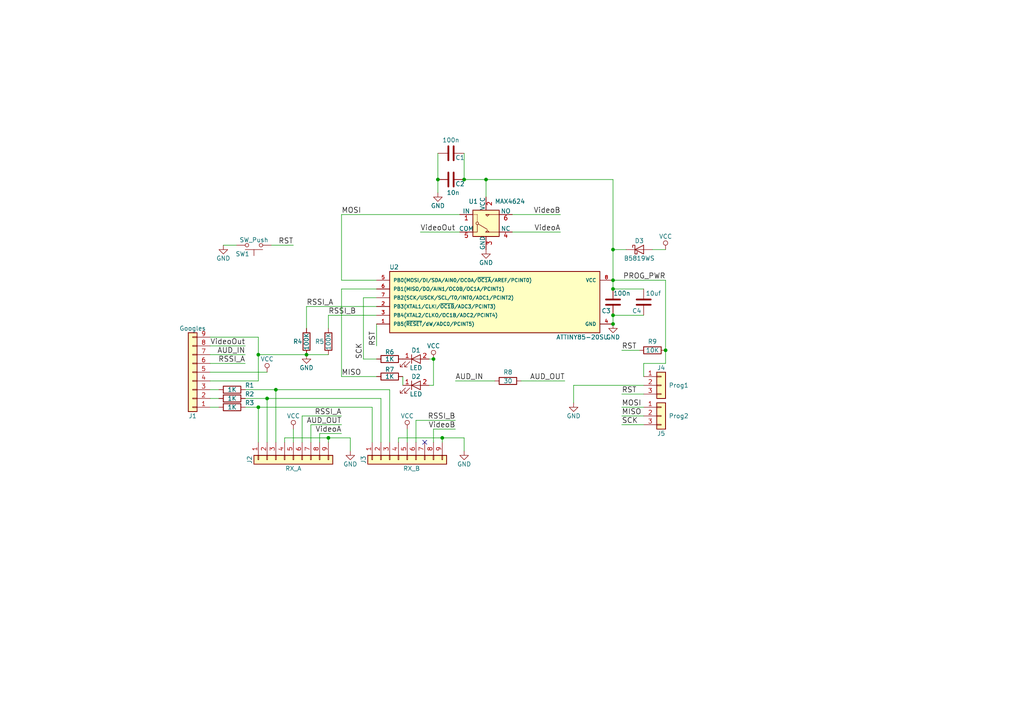
<source format=kicad_sch>
(kicad_sch (version 20230121) (generator eeschema)
  (paper "A4")
  (lib_symbols
    (symbol "TinyDiversityRX5808-rescue:ATTINY85-20SU" (pin_names (offset 1.016))
      (property "Reference" "U" (at -29.21 10.16 0))
      (property "Value" "ATTINY85-20SU" (at 25.4 -10.16 0))
      (symbol "ATTINY85-20SU_0_1"
        (rectangle (start -30.48 8.89) (end 30.48 -8.89) (stroke (width 0.254)) (fill (type background)))
      )
      (symbol "ATTINY85-20SU_1_1"
        (pin bidirectional line (at -34.29 -6.35 0) (length 3.81) (name "PB5(~{RESET}/dW/ADC0/PCINT5)") (number "1"))
        (pin bidirectional line (at -34.29 -1.27 0) (length 3.81) (name "PB3(XTAL1/CLKI/~{OC1B}/ADC3/PCINT3)") (number "2"))
        (pin bidirectional line (at -34.29 -3.81 0) (length 3.81) (name "PB4(XTAL2/CLKO/OC1B/ADC2/PCINT4)") (number "3"))
        (pin power_in line (at 34.29 -6.35 180) (length 3.81) (name "GND") (number "4"))
        (pin bidirectional line (at -34.29 6.35 0) (length 3.81) (name "PB0(MOSI/DI/SDA/AIN0/OC0A/~{OC1A}/AREF/PCINT0)") (number "5"))
        (pin bidirectional line (at -34.29 3.81 0) (length 3.81) (name "PB1(MISO/DO/AIN1/OC0B/OC1A/PCINT1)") (number "6"))
        (pin bidirectional line (at -34.29 1.27 0) (length 3.81) (name "PB2(SCK/USCK/SCL/T0/INT0/ADC1/PCINT2)") (number "7"))
        (pin power_in line (at 34.29 6.35 180) (length 3.81) (name "VCC") (number "8"))
      )
    )
    (symbol "TinyDiversityRX5808-rescue:C" (pin_numbers hide) (pin_names (offset 0.254))
      (property "Reference" "C" (at 0.635 2.54 0))
      (property "Value" "C" (at 0.635 -2.54 0))
      (symbol "C_0_1"
        (polyline (pts (xy -2.032 -0.762) (xy 2.032 -0.762)) (stroke (width 0.508)))
        (polyline (pts (xy -2.032 0.762) (xy 2.032 0.762)) (stroke (width 0.508)))
      )
      (symbol "C_1_1"
        (pin passive line (at 0 3.81 270) (length 2.794) (name "~") (number "1"))
        (pin passive line (at 0 -3.81 90) (length 2.794) (name "~") (number "2"))
      )
    )
    (symbol "TinyDiversityRX5808-rescue:Conn_01x03" (pin_names (offset 1.016) hide)
      (property "Reference" "J" (at 0 5.08 0))
      (property "Value" "Conn_01x03" (at 0 -5.08 0))
      (symbol "Conn_01x03_1_1"
        (rectangle (start -1.27 -2.413) (end 0 -2.667) (stroke (width 0.1524)))
        (rectangle (start -1.27 0.127) (end 0 -0.127) (stroke (width 0.1524)))
        (rectangle (start -1.27 2.667) (end 0 2.413) (stroke (width 0.1524)))
        (rectangle (start -1.27 3.81) (end 1.27 -3.81) (stroke (width 0.254)) (fill (type background)))
        (pin passive line (at -5.08 2.54 0) (length 3.81) (name "Pin_1") (number "1"))
        (pin passive line (at -5.08 0 0) (length 3.81) (name "Pin_2") (number "2"))
        (pin passive line (at -5.08 -2.54 0) (length 3.81) (name "Pin_3") (number "3"))
      )
    )
    (symbol "TinyDiversityRX5808-rescue:Conn_01x09" (pin_names (offset 1.016) hide)
      (property "Reference" "J" (at 0 12.7 0))
      (property "Value" "Conn_01x09" (at 0 -12.7 0))
      (symbol "Conn_01x09_1_1"
        (rectangle (start -1.27 -10.033) (end 0 -10.287) (stroke (width 0.1524)))
        (rectangle (start -1.27 -7.493) (end 0 -7.747) (stroke (width 0.1524)))
        (rectangle (start -1.27 -4.953) (end 0 -5.207) (stroke (width 0.1524)))
        (rectangle (start -1.27 -2.413) (end 0 -2.667) (stroke (width 0.1524)))
        (rectangle (start -1.27 0.127) (end 0 -0.127) (stroke (width 0.1524)))
        (rectangle (start -1.27 2.667) (end 0 2.413) (stroke (width 0.1524)))
        (rectangle (start -1.27 5.207) (end 0 4.953) (stroke (width 0.1524)))
        (rectangle (start -1.27 7.747) (end 0 7.493) (stroke (width 0.1524)))
        (rectangle (start -1.27 10.287) (end 0 10.033) (stroke (width 0.1524)))
        (rectangle (start -1.27 11.43) (end 1.27 -11.43) (stroke (width 0.254)) (fill (type background)))
        (pin passive line (at -5.08 10.16 0) (length 3.81) (name "Pin_1") (number "1"))
        (pin passive line (at -5.08 7.62 0) (length 3.81) (name "Pin_2") (number "2"))
        (pin passive line (at -5.08 5.08 0) (length 3.81) (name "Pin_3") (number "3"))
        (pin passive line (at -5.08 2.54 0) (length 3.81) (name "Pin_4") (number "4"))
        (pin passive line (at -5.08 0 0) (length 3.81) (name "Pin_5") (number "5"))
        (pin passive line (at -5.08 -2.54 0) (length 3.81) (name "Pin_6") (number "6"))
        (pin passive line (at -5.08 -5.08 0) (length 3.81) (name "Pin_7") (number "7"))
        (pin passive line (at -5.08 -7.62 0) (length 3.81) (name "Pin_8") (number "8"))
        (pin passive line (at -5.08 -10.16 0) (length 3.81) (name "Pin_9") (number "9"))
      )
    )
    (symbol "TinyDiversityRX5808-rescue:D_Schottky" (pin_numbers hide) (pin_names (offset 1.016) hide)
      (property "Reference" "D" (at 0 2.54 0))
      (property "Value" "D_Schottky" (at 0 -2.54 0))
      (symbol "D_Schottky_0_1"
        (polyline (pts (xy 1.27 0) (xy -1.27 0)))
        (polyline (pts (xy 1.27 1.27) (xy 1.27 -1.27) (xy -1.27 0) (xy 1.27 1.27)) (stroke (width 0.2032)))
        (polyline (pts (xy -1.905 0.635) (xy -1.905 1.27) (xy -1.27 1.27) (xy -1.27 -1.27) (xy -0.635 -1.27) (xy -0.635 -0.635)) (stroke (width 0.2032)))
      )
      (symbol "D_Schottky_1_1"
        (pin passive line (at -3.81 0 0) (length 2.54) (name "K") (number "1"))
        (pin passive line (at 3.81 0 180) (length 2.54) (name "A") (number "2"))
      )
    )
    (symbol "TinyDiversityRX5808-rescue:GND" (power) (pin_names (offset 0))
      (property "Value" "GND" (at 0 -3.81 0))
      (symbol "GND_0_1"
        (polyline (pts (xy 0 0) (xy 0 -1.27) (xy 1.27 -1.27) (xy 0 -2.54) (xy -1.27 -1.27) (xy 0 -1.27)))
      )
      (symbol "GND_1_1"
        (pin power_in line (at 0 0 270) (length 0) hide (name "GND") (number "1"))
      )
    )
    (symbol "TinyDiversityRX5808-rescue:LED" (pin_names (offset 1.016) hide)
      (property "Reference" "D" (at 0 2.54 0))
      (property "Value" "LED" (at 0 -2.54 0))
      (symbol "LED_0_1"
        (polyline (pts (xy -1.27 -1.27) (xy -1.27 1.27)) (stroke (width 0.2032)))
        (polyline (pts (xy -1.27 0) (xy 1.27 0)))
        (polyline (pts (xy 1.27 -1.27) (xy 1.27 1.27) (xy -1.27 0) (xy 1.27 -1.27)) (stroke (width 0.2032)))
        (polyline (pts (xy -3.048 -0.762) (xy -4.572 -2.286) (xy -3.81 -2.286) (xy -4.572 -2.286) (xy -4.572 -1.524)))
        (polyline (pts (xy -1.778 -0.762) (xy -3.302 -2.286) (xy -2.54 -2.286) (xy -3.302 -2.286) (xy -3.302 -1.524)))
      )
      (symbol "LED_1_1"
        (pin passive line (at -3.81 0 0) (length 2.54) (name "K") (number "1"))
        (pin passive line (at 3.81 0 180) (length 2.54) (name "A") (number "2"))
      )
    )
    (symbol "TinyDiversityRX5808-rescue:MAX4624/5" (pin_names (offset 0))
      (property "Reference" "U" (at -5.08 6.35 0))
      (property "Value" "MAX4624/5" (at 2.54 6.35 0))
      (symbol "MAX4624/5_0_1"
        (rectangle (start -3.81 3.81) (end 3.81 -3.81) (stroke (width 0.254)) (fill (type background)))
        (circle (center -2.54 0) (radius 0.381))
        (polyline (pts (xy -3.683 2.54) (xy -3.81 2.54)))
        (polyline (pts (xy -3.302 2.54) (xy -3.429 2.54)))
        (polyline (pts (xy -2.921 2.54) (xy -3.048 2.54)))
        (polyline (pts (xy -2.54 0.635) (xy -2.54 0.508)))
        (polyline (pts (xy -2.54 1.016) (xy -2.54 0.889)))
        (polyline (pts (xy -2.54 1.397) (xy -2.54 1.27)))
        (polyline (pts (xy -2.54 1.778) (xy -2.54 1.651)))
        (polyline (pts (xy -2.54 2.159) (xy -2.54 2.032)))
        (polyline (pts (xy -2.54 2.54) (xy -2.667 2.54)))
        (polyline (pts (xy -2.54 2.54) (xy -2.54 2.413)))
        (polyline (pts (xy -2.159 -0.254) (xy 0.381 -1.778)))
        (polyline (pts (xy 0 2.54) (xy 3.81 2.54)))
        (polyline (pts (xy 3.81 -2.54) (xy 0 -2.54)))
        (polyline (pts (xy -3.81 -2.54) (xy -2.54 -2.54) (xy -2.54 -0.381)))
        (polyline (pts (xy -0.127 -2.54) (xy 0.381 -2.032) (xy 0.889 -2.54) (xy -0.127 -2.54) (xy -0.127 -2.54)))
        (polyline (pts (xy 0.889 2.54) (xy -0.127 2.54) (xy 0.381 2.032) (xy 0.889 2.54) (xy 0.889 2.54) (xy 0.889 2.54)))
        (pin power_in line (at 0 -7.62 90) (length 3.81) (name "GND") (number "3"))
      )
      (symbol "MAX4624/5_1_1"
        (pin input line (at -7.62 2.54 0) (length 3.81) (name "IN") (number "1"))
        (pin power_in line (at 0 7.62 270) (length 3.81) (name "VCC") (number "2"))
        (pin bidirectional line (at 7.62 -2.54 180) (length 3.81) (name "NC") (number "4"))
        (pin bidirectional line (at -7.62 -2.54 0) (length 3.81) (name "COM") (number "5"))
        (pin bidirectional line (at 7.62 2.54 180) (length 3.81) (name "NO") (number "6"))
      )
    )
    (symbol "TinyDiversityRX5808-rescue:R" (pin_numbers hide) (pin_names (offset 0))
      (property "Reference" "R" (at 2.032 0 90))
      (property "Value" "R" (at 0 0 90))
      (symbol "R_0_1"
        (rectangle (start -1.016 -2.54) (end 1.016 2.54) (stroke (width 0.254)))
      )
      (symbol "R_1_1"
        (pin passive line (at 0 3.81 270) (length 1.27) (name "~") (number "1"))
        (pin passive line (at 0 -3.81 90) (length 1.27) (name "~") (number "2"))
      )
    )
    (symbol "TinyDiversityRX5808-rescue:SW_Push" (pin_numbers hide) (pin_names (offset 1.016) hide)
      (property "Reference" "SW" (at 1.27 2.54 0))
      (property "Value" "SW_Push" (at 0 -1.524 0))
      (symbol "SW_Push_0_1"
        (circle (center -2.032 0) (radius 0.508))
        (polyline (pts (xy 0 1.27) (xy 0 3.048)))
        (polyline (pts (xy 2.54 1.27) (xy -2.54 1.27)))
        (circle (center 2.032 0) (radius 0.508))
        (pin passive line (at -5.08 0 0) (length 2.54) (name "1") (number "1"))
        (pin passive line (at 5.08 0 180) (length 2.54) (name "2") (number "2"))
      )
    )
    (symbol "TinyDiversityRX5808-rescue:VCC" (power) (pin_names (offset 0))
      (property "Value" "VCC" (at 0 3.81 0))
      (symbol "VCC_0_1"
        (polyline (pts (xy 0 0) (xy 0 1.27)))
        (circle (center 0 1.905) (radius 0.635))
      )
      (symbol "VCC_1_1"
        (pin power_in line (at 0 0 90) (length 0) hide (name "VCC") (number "1"))
      )
    )
  )
  (junction (at 95.25 127))
  (junction (at 177.8 83.82))
  (junction (at 134.62 52.07))
  (junction (at 177.8 81.28))
  (junction (at 125.73 104.14))
  (junction (at 193.04 101.6))
  (junction (at 177.8 72.39))
  (junction (at 77.47 115.57))
  (junction (at 88.9 102.87))
  (junction (at 177.8 93.98))
  (junction (at 74.93 118.11))
  (junction (at 128.27 127))
  (junction (at 74.93 102.87))
  (junction (at 177.8 91.44))
  (junction (at 80.01 113.03))
  (junction (at 127 52.07))
  (junction (at 140.97 52.07))
  (no_connect (at 123.19 128.27))
  (wire (pts (xy 90.17 123.19) (xy 99.06 123.19)))
  (wire (pts (xy 60.96 115.57) (xy 63.5 115.57)))
  (wire (pts (xy 109.22 93.98) (xy 109.22 100.33)))
  (wire (pts (xy 80.01 113.03) (xy 113.03 113.03)))
  (wire (pts (xy 113.03 113.03) (xy 113.03 128.27)))
  (wire (pts (xy 74.93 110.49) (xy 60.96 110.49)))
  (wire (pts (xy 95.25 128.27) (xy 95.25 127)))
  (wire (pts (xy 133.35 67.31) (xy 121.92 67.31)))
  (wire (pts (xy 177.8 81.28) (xy 177.8 83.82)))
  (wire (pts (xy 78.74 71.12) (xy 85.09 71.12)))
  (wire (pts (xy 85.09 128.27) (xy 85.09 124.46)))
  (wire (pts (xy 60.96 102.87) (xy 71.12 102.87)))
  (wire (pts (xy 63.5 113.03) (xy 60.96 113.03)))
  (wire (pts (xy 101.6 127) (xy 101.6 130.81)))
  (wire (pts (xy 151.13 110.49) (xy 163.83 110.49)))
  (wire (pts (xy 120.65 121.92) (xy 132.08 121.92)))
  (wire (pts (xy 60.96 107.95) (xy 77.47 107.95)))
  (wire (pts (xy 186.69 120.65) (xy 180.34 120.65)))
  (wire (pts (xy 60.96 105.41) (xy 71.12 105.41)))
  (wire (pts (xy 177.8 83.82) (xy 186.69 83.82)))
  (wire (pts (xy 74.93 118.11) (xy 107.95 118.11)))
  (wire (pts (xy 124.46 104.14) (xy 125.73 104.14)))
  (wire (pts (xy 148.59 67.31) (xy 162.56 67.31)))
  (wire (pts (xy 120.65 128.27) (xy 120.65 121.92)))
  (wire (pts (xy 134.62 52.07) (xy 140.97 52.07)))
  (wire (pts (xy 189.23 72.39) (xy 193.04 72.39)))
  (wire (pts (xy 92.71 125.73) (xy 99.06 125.73)))
  (wire (pts (xy 134.62 44.45) (xy 134.62 52.07)))
  (wire (pts (xy 99.06 62.23) (xy 133.35 62.23)))
  (wire (pts (xy 193.04 101.6) (xy 193.04 105.41)))
  (wire (pts (xy 127 52.07) (xy 127 55.88)))
  (wire (pts (xy 143.51 110.49) (xy 132.08 110.49)))
  (wire (pts (xy 82.55 127) (xy 95.25 127)))
  (wire (pts (xy 88.9 88.9) (xy 109.22 88.9)))
  (wire (pts (xy 140.97 52.07) (xy 177.8 52.07)))
  (wire (pts (xy 125.73 128.27) (xy 125.73 124.46)))
  (wire (pts (xy 105.41 104.14) (xy 109.22 104.14)))
  (wire (pts (xy 109.22 81.28) (xy 99.06 81.28)))
  (wire (pts (xy 82.55 128.27) (xy 82.55 127)))
  (wire (pts (xy 95.25 91.44) (xy 95.25 95.25)))
  (wire (pts (xy 87.63 128.27) (xy 87.63 120.65)))
  (wire (pts (xy 166.37 116.84) (xy 166.37 111.76)))
  (wire (pts (xy 74.93 102.87) (xy 88.9 102.87)))
  (wire (pts (xy 125.73 111.76) (xy 124.46 111.76)))
  (wire (pts (xy 125.73 124.46) (xy 132.08 124.46)))
  (wire (pts (xy 128.27 127) (xy 128.27 128.27)))
  (wire (pts (xy 185.42 101.6) (xy 180.34 101.6)))
  (wire (pts (xy 95.25 91.44) (xy 109.22 91.44)))
  (wire (pts (xy 90.17 128.27) (xy 90.17 123.19)))
  (wire (pts (xy 60.96 100.33) (xy 71.12 100.33)))
  (wire (pts (xy 186.69 123.19) (xy 180.34 123.19)))
  (wire (pts (xy 63.5 118.11) (xy 60.96 118.11)))
  (wire (pts (xy 177.8 81.28) (xy 193.04 81.28)))
  (wire (pts (xy 148.59 62.23) (xy 162.56 62.23)))
  (wire (pts (xy 134.62 127) (xy 134.62 130.81)))
  (wire (pts (xy 186.69 114.3) (xy 180.34 114.3)))
  (wire (pts (xy 128.27 127) (xy 134.62 127)))
  (wire (pts (xy 87.63 120.65) (xy 99.06 120.65)))
  (wire (pts (xy 186.69 105.41) (xy 186.69 109.22)))
  (wire (pts (xy 60.96 97.79) (xy 74.93 97.79)))
  (wire (pts (xy 74.93 97.79) (xy 74.93 102.87)))
  (wire (pts (xy 140.97 52.07) (xy 140.97 57.15)))
  (wire (pts (xy 109.22 109.22) (xy 99.06 109.22)))
  (wire (pts (xy 186.69 91.44) (xy 177.8 91.44)))
  (wire (pts (xy 71.12 115.57) (xy 77.47 115.57)))
  (wire (pts (xy 64.77 71.12) (xy 68.58 71.12)))
  (wire (pts (xy 125.73 104.14) (xy 125.73 111.76)))
  (wire (pts (xy 88.9 95.25) (xy 88.9 88.9)))
  (wire (pts (xy 177.8 52.07) (xy 177.8 72.39)))
  (wire (pts (xy 110.49 115.57) (xy 110.49 128.27)))
  (wire (pts (xy 193.04 105.41) (xy 186.69 105.41)))
  (wire (pts (xy 99.06 83.82) (xy 109.22 83.82)))
  (wire (pts (xy 71.12 113.03) (xy 80.01 113.03)))
  (wire (pts (xy 177.8 72.39) (xy 177.8 81.28)))
  (wire (pts (xy 92.71 128.27) (xy 92.71 125.73)))
  (wire (pts (xy 107.95 118.11) (xy 107.95 128.27)))
  (wire (pts (xy 118.11 128.27) (xy 118.11 124.46)))
  (wire (pts (xy 186.69 118.11) (xy 180.34 118.11)))
  (wire (pts (xy 74.93 102.87) (xy 74.93 110.49)))
  (wire (pts (xy 105.41 104.14) (xy 105.41 86.36)))
  (wire (pts (xy 77.47 115.57) (xy 77.47 128.27)))
  (wire (pts (xy 80.01 113.03) (xy 80.01 128.27)))
  (wire (pts (xy 95.25 127) (xy 101.6 127)))
  (wire (pts (xy 115.57 128.27) (xy 115.57 127)))
  (wire (pts (xy 77.47 115.57) (xy 110.49 115.57)))
  (wire (pts (xy 71.12 118.11) (xy 74.93 118.11)))
  (wire (pts (xy 177.8 72.39) (xy 181.61 72.39)))
  (wire (pts (xy 166.37 111.76) (xy 186.69 111.76)))
  (wire (pts (xy 177.8 91.44) (xy 177.8 93.98)))
  (wire (pts (xy 115.57 127) (xy 128.27 127)))
  (wire (pts (xy 88.9 102.87) (xy 95.25 102.87)))
  (wire (pts (xy 116.84 109.22) (xy 116.84 111.76)))
  (wire (pts (xy 105.41 86.36) (xy 109.22 86.36)))
  (wire (pts (xy 74.93 128.27) (xy 74.93 118.11)))
  (wire (pts (xy 193.04 81.28) (xy 193.04 101.6)))
  (wire (pts (xy 99.06 109.22) (xy 99.06 83.82)))
  (wire (pts (xy 127 44.45) (xy 127 52.07)))
  (wire (pts (xy 99.06 81.28) (xy 99.06 62.23)))
  (label "VideoB" (at 132.08 124.46 180) (effects (font (size 1.524 1.524))))
  (label "VideoB" (at 162.56 62.23 180) (effects (font (size 1.524 1.524))))
  (label "RSSI_B" (at 132.08 121.92 180) (effects (font (size 1.524 1.524))))
  (label "PROG_PWR" (at 193.04 81.28 180) (effects (font (size 1.524 1.524))))
  (label "RST" (at 85.09 71.12 180) (effects (font (size 1.524 1.524))))
  (label "VideoA" (at 162.56 67.31 180) (effects (font (size 1.524 1.524))))
  (label "RSSI_B" (at 95.25 91.44 0) (effects (font (size 1.524 1.524))))
  (label "SCK" (at 180.34 123.19 0) (effects (font (size 1.524 1.524))))
  (label "RST" (at 180.34 101.6 0) (effects (font (size 1.524 1.524))))
  (label "AUD_IN" (at 71.12 102.87 180) (effects (font (size 1.524 1.524))))
  (label "RSSI_A" (at 71.12 105.41 180) (effects (font (size 1.524 1.524))))
  (label "RST" (at 180.34 114.3 0) (effects (font (size 1.524 1.524))))
  (label "AUD_IN" (at 132.08 110.49 0) (effects (font (size 1.524 1.524))))
  (label "VideoA" (at 99.06 125.73 180) (effects (font (size 1.524 1.524))))
  (label "AUD_OUT" (at 163.83 110.49 180) (effects (font (size 1.524 1.524))))
  (label "MISO" (at 99.06 109.22 0) (effects (font (size 1.524 1.524))))
  (label "AUD_OUT" (at 99.06 123.19 180) (effects (font (size 1.524 1.524))))
  (label "RSSI_A" (at 99.06 120.65 180) (effects (font (size 1.524 1.524))))
  (label "RST" (at 109.22 100.33 90) (effects (font (size 1.524 1.524))))
  (label "MISO" (at 180.34 120.65 0) (effects (font (size 1.524 1.524))))
  (label "MOSI" (at 99.06 62.23 0) (effects (font (size 1.524 1.524))))
  (label "MOSI" (at 180.34 118.11 0) (effects (font (size 1.524 1.524))))
  (label "VideoOut" (at 121.92 67.31 0) (effects (font (size 1.524 1.524))))
  (label "VideoOut" (at 71.12 100.33 180) (effects (font (size 1.524 1.524))))
  (label "RSSI_A" (at 88.9 88.9 0) (effects (font (size 1.524 1.524))))
  (label "SCK" (at 105.41 104.14 90) (effects (font (size 1.524 1.524))))
  (symbol (lib_id "TinyDiversityRX5808-rescue:MAX4624/5") (at 140.97 64.77 0) (unit 1)
    (property "Reference" "U1" (at 135.89 58.42 0) (effects (justify left)))
    (property "Value" "MAX4624" (at 143.51 58.42 0) (effects (justify left)))
    (property "Footprint" "TO_SOT_Packages_SMD:SOT-23-6" (effects hide))
  )
  (symbol (lib_id "TinyDiversityRX5808-rescue:GND") (at 140.97 72.39 0) (unit 1)
    (property "Reference" "#PWR10" (effects hide))
    (property "Value" "GND" (at 140.97 76.2 0))
  )
  (symbol (lib_id "TinyDiversityRX5808-rescue:GND") (at 177.8 93.98 0) (unit 1)
    (property "Reference" "#PWR12" (effects hide))
    (property "Value" "GND" (at 177.8 97.79 0))
  )
  (symbol (lib_id "TinyDiversityRX5808-rescue:GND") (at 64.77 71.12 0) (unit 1)
    (property "Reference" "#PWR1" (effects hide))
    (property "Value" "GND" (at 64.77 74.93 0))
  )
  (symbol (lib_id "TinyDiversityRX5808-rescue:VCC") (at 193.04 72.39 0) (unit 1)
    (property "Reference" "#PWR13" (effects hide))
    (property "Value" "VCC" (at 193.04 68.58 0))
  )
  (symbol (lib_id "TinyDiversityRX5808-rescue:VCC") (at 77.47 107.95 0) (unit 1)
    (property "Reference" "#PWR2" (effects hide))
    (property "Value" "VCC" (at 77.47 104.14 0))
  )
  (symbol (lib_id "TinyDiversityRX5808-rescue:C") (at 130.81 52.07 270) (unit 1)
    (property "Reference" "C2" (at 132.08 53.34 90) (effects (justify left)))
    (property "Value" "10n" (at 129.54 55.88 90) (effects (justify left)))
    (property "Footprint" "Capacitors_SMD:C_0603" (effects hide))
  )
  (symbol (lib_id "TinyDiversityRX5808-rescue:C") (at 130.81 44.45 270) (unit 1)
    (property "Reference" "C1" (at 132.08 45.72 90) (effects (justify left)))
    (property "Value" "100n" (at 128.27 40.64 90) (effects (justify left)))
    (property "Footprint" "Capacitors_SMD:C_0603" (effects hide))
  )
  (symbol (lib_id "TinyDiversityRX5808-rescue:C") (at 177.8 87.63 180) (unit 1)
    (property "Reference" "C3" (at 177.165 90.17 0) (effects (justify left)))
    (property "Value" "100n" (at 182.88 85.09 0) (effects (justify left)))
    (property "Footprint" "Capacitors_SMD:C_0603" (effects hide))
  )
  (symbol (lib_id "TinyDiversityRX5808-rescue:C") (at 186.69 87.63 180) (unit 1)
    (property "Reference" "C4" (at 186.055 90.17 0) (effects (justify left)))
    (property "Value" "10uf" (at 191.77 85.09 0) (effects (justify left)))
    (property "Footprint" "Capacitors_SMD:C_0603" (effects hide))
  )
  (symbol (lib_id "TinyDiversityRX5808-rescue:GND") (at 127 55.88 0) (unit 1)
    (property "Reference" "#PWR8" (effects hide))
    (property "Value" "GND" (at 127 59.69 0))
  )
  (symbol (lib_id "TinyDiversityRX5808-rescue:LED") (at 120.65 104.14 0) (unit 1)
    (property "Reference" "D1" (at 120.65 101.6 0))
    (property "Value" "LED" (at 120.65 106.68 0))
    (property "Footprint" "LEDs:LED_0805" (effects hide))
  )
  (symbol (lib_id "TinyDiversityRX5808-rescue:VCC") (at 125.73 104.14 0) (unit 1)
    (property "Reference" "#PWR7" (effects hide))
    (property "Value" "VCC" (at 125.73 100.33 0))
  )
  (symbol (lib_id "TinyDiversityRX5808-rescue:R") (at 113.03 104.14 90) (unit 1)
    (property "Reference" "R6" (at 113.03 102.108 90))
    (property "Value" "1K" (at 113.03 104.14 90))
    (property "Footprint" "Resistors_SMD:R_0603" (effects hide))
  )
  (symbol (lib_id "TinyDiversityRX5808-rescue:R") (at 95.25 99.06 180) (unit 1)
    (property "Reference" "R5" (at 92.71 99.06 0))
    (property "Value" "100K" (at 95.25 99.06 90))
    (property "Footprint" "Resistors_SMD:R_0603" (effects hide))
  )
  (symbol (lib_id "TinyDiversityRX5808-rescue:R") (at 88.9 99.06 180) (unit 1)
    (property "Reference" "R4" (at 86.36 99.06 0))
    (property "Value" "100K" (at 88.9 99.06 90))
    (property "Footprint" "Resistors_SMD:R_0603" (effects hide))
  )
  (symbol (lib_id "TinyDiversityRX5808-rescue:GND") (at 88.9 102.87 0) (unit 1)
    (property "Reference" "#PWR4" (effects hide))
    (property "Value" "GND" (at 88.9 106.68 0))
  )
  (symbol (lib_id "TinyDiversityRX5808-rescue:GND") (at 101.6 130.81 0) (unit 1)
    (property "Reference" "#PWR5" (effects hide))
    (property "Value" "GND" (at 101.6 134.62 0))
  )
  (symbol (lib_id "TinyDiversityRX5808-rescue:GND") (at 134.62 130.81 0) (unit 1)
    (property "Reference" "#PWR9" (effects hide))
    (property "Value" "GND" (at 134.62 134.62 0))
  )
  (symbol (lib_id "TinyDiversityRX5808-rescue:VCC") (at 85.09 124.46 0) (unit 1)
    (property "Reference" "#PWR3" (effects hide))
    (property "Value" "VCC" (at 85.09 120.65 0))
  )
  (symbol (lib_id "TinyDiversityRX5808-rescue:VCC") (at 118.11 124.46 0) (unit 1)
    (property "Reference" "#PWR6" (effects hide))
    (property "Value" "VCC" (at 118.11 120.65 0))
  )
  (symbol (lib_id "TinyDiversityRX5808-rescue:R") (at 67.31 113.03 90) (unit 1)
    (property "Reference" "R1" (at 72.39 111.76 90))
    (property "Value" "1K" (at 67.31 113.03 90))
    (property "Footprint" "Resistors_SMD:R_0603" (effects hide))
  )
  (symbol (lib_id "TinyDiversityRX5808-rescue:R") (at 67.31 115.57 90) (unit 1)
    (property "Reference" "R2" (at 72.39 114.3 90))
    (property "Value" "1K" (at 67.31 115.57 90))
    (property "Footprint" "Resistors_SMD:R_0603" (effects hide))
  )
  (symbol (lib_id "TinyDiversityRX5808-rescue:R") (at 67.31 118.11 90) (unit 1)
    (property "Reference" "R3" (at 72.39 116.84 90))
    (property "Value" "1K" (at 67.31 118.11 90))
    (property "Footprint" "Resistors_SMD:R_0603" (effects hide))
  )
  (symbol (lib_id "TinyDiversityRX5808-rescue:Conn_01x09") (at 55.88 107.95 180) (unit 1)
    (property "Reference" "J1" (at 55.88 120.65 0))
    (property "Value" "Googles" (at 55.88 95.25 0))
    (property "Footprint" "Connectors_Molex:Molex_PicoBlade_53047-0910_09x1.25mm_Straight" (effects hide))
  )
  (symbol (lib_id "TinyDiversityRX5808-rescue:Conn_01x09") (at 85.09 133.35 90) (mirror x) (unit 1)
    (property "Reference" "J2" (at 72.39 133.35 0))
    (property "Value" "RX_A" (at 85.09 135.89 90))
    (property "Footprint" "Connectors_Molex:Molex_PicoBlade_53048-0910_09x1.25mm_Angled" (effects hide))
  )
  (symbol (lib_id "TinyDiversityRX5808-rescue:Conn_01x09") (at 118.11 133.35 90) (mirror x) (unit 1)
    (property "Reference" "J3" (at 105.41 133.35 0))
    (property "Value" "RX_B" (at 119.38 135.89 90))
    (property "Footprint" "Connectors_Molex:Molex_PicoBlade_53048-0910_09x1.25mm_Angled" (effects hide))
  )
  (symbol (lib_id "TinyDiversityRX5808-rescue:R") (at 147.32 110.49 90) (unit 1)
    (property "Reference" "R8" (at 147.32 107.95 90))
    (property "Value" "30" (at 147.32 110.49 90))
    (property "Footprint" "Resistors_SMD:R_0603" (effects hide))
  )
  (symbol (lib_id "TinyDiversityRX5808-rescue:LED") (at 120.65 111.76 0) (unit 1)
    (property "Reference" "D2" (at 120.65 109.22 0))
    (property "Value" "LED" (at 120.65 114.3 0))
    (property "Footprint" "LEDs:LED_0805" (effects hide))
  )
  (symbol (lib_id "TinyDiversityRX5808-rescue:R") (at 113.03 109.22 90) (unit 1)
    (property "Reference" "R7" (at 113.03 107.188 90))
    (property "Value" "1K" (at 113.03 109.22 90))
    (property "Footprint" "Resistors_SMD:R_0603" (effects hide))
  )
  (symbol (lib_id "TinyDiversityRX5808-rescue:R") (at 189.23 101.6 90) (unit 1)
    (property "Reference" "R9" (at 189.23 99.06 90))
    (property "Value" "10K" (at 189.23 101.6 90))
    (property "Footprint" "Resistors_SMD:R_0603" (effects hide))
  )
  (symbol (lib_id "TinyDiversityRX5808-rescue:D_Schottky") (at 185.42 72.39 0) (unit 1)
    (property "Reference" "D3" (at 185.42 69.85 0))
    (property "Value" "B5819WS" (at 185.42 74.93 0))
    (property "Footprint" "Diodes_SMD:D_SOD-323" (effects hide))
  )
  (symbol (lib_id "TinyDiversityRX5808-rescue:GND") (at 166.37 116.84 0) (unit 1)
    (property "Reference" "#PWR11" (effects hide))
    (property "Value" "GND" (at 166.37 120.65 0))
  )
  (symbol (lib_id "TinyDiversityRX5808-rescue:SW_Push") (at 73.66 71.12 180) (unit 1)
    (property "Reference" "SW1" (at 72.39 73.66 0) (effects (justify left)))
    (property "Value" "SW_Push" (at 73.66 69.596 0))
    (property "Footprint" "KiCadCustomLibs:Button_TS-018" (effects hide))
  )
  (symbol (lib_id "TinyDiversityRX5808-rescue:ATTINY85-20SU") (at 143.51 87.63 0) (unit 1)
    (property "Reference" "U2" (at 114.3 77.47 0))
    (property "Value" "ATTINY85-20SU" (at 168.91 97.79 0))
    (property "Footprint" "Housings_SOIC:SOIJ-8_5.3x5.3mm_Pitch1.27mm" (effects hide))
  )
  (symbol (lib_id "TinyDiversityRX5808-rescue:Conn_01x03") (at 191.77 111.76 0) (unit 1)
    (property "Reference" "J4" (at 191.77 106.68 0))
    (property "Value" "Prog1" (at 196.85 111.76 0))
    (property "Footprint" "KiCadCustomLibs:Pads_prog_3pin1.25mm" (effects hide))
  )
  (symbol (lib_id "TinyDiversityRX5808-rescue:Conn_01x03") (at 191.77 120.65 0) (unit 1)
    (property "Reference" "J5" (at 191.77 125.73 0))
    (property "Value" "Prog2" (at 196.85 120.65 0))
    (property "Footprint" "KiCadCustomLibs:Pads_prog_3pin1.25mm" (effects hide))
  )
)
</source>
